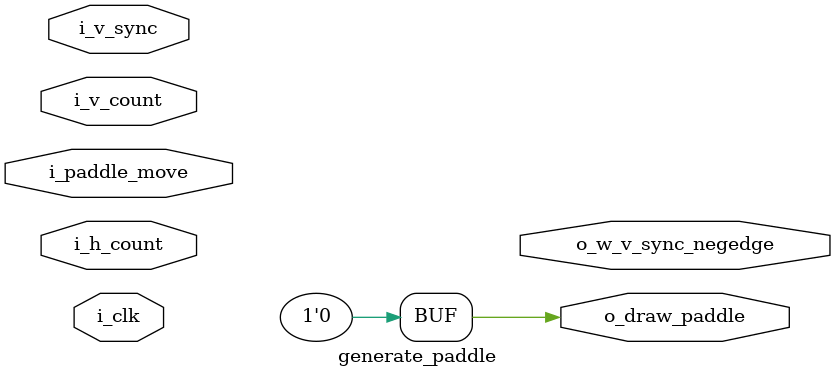
<source format=v>
module generate_paddle(
	input i_clk,
	input [1:0] i_paddle_move,
	input [9:0] i_h_count,
	input [9:0] i_v_count,
	input i_v_sync,
	output o_draw_paddle = 0,
	output o_w_v_sync_negedge
);



parameter PADDLE_WIDTH= 10;
parameter PADDLE_HEIGHT = 80;
parameter PADDLE_X = 5;
parameter PADDLE_Y = 240;
parameter PADDLE_LEFT_EDGE = PADDLE_X - PADDLE_WIDTH / 2;
parameter PADDLE_RIGHT_EDGE = PADDLE_X + PADDLE_WIDTH / 2;
parameter STARTING_TOP_EDGE = PADDLE_Y - PADDLE_HEIGHT / 2;
parameter STARTING_BOTTOM_EDGE = PADDLE_Y + PADDLE_HEIGHT / 2;
parameter NOT_MOVING = 2'b00;
parameter MOVING_UP = 2'b01;
parameter MOVING_DOWN = 2'b10;

reg [1:0] r_current_state = NOT_MOVING, r_next_state = NOT_MOVING;
reg [9:0] r_paddle_y = PADDLE_Y, r_intermediate_y = PADDLE_Y;
reg [18:0] r_movement_counter;
reg r_prev_sync, r_current_sync;
wire w_v_sync_negedge;
reg [9:0] r_paddle_top = PADDLE_Y - PADDLE_HEIGHT/2, r_paddle_bottom = PADDLE_Y + PADDLE_HEIGHT/2;

//find negative edge of v_sync


//state machine to handle movement of paddle
always @ (posedge i_clk)
begin
	r_current_state <= r_next_state;
	r_prev_sync <= r_current_sync;
	r_current_sync <= i_v_sync;	
end

assign w_v_sync_negedge = r_prev_sync && ~r_current_sync;

//next state logic
always @(posedge i_clk)
begin
	case (r_current_state)
		
		NOT_MOVING:
		begin
			if (i_paddle_move == MOVING_UP)
			begin
				r_next_state <= MOVING_UP;
				r_movement_counter <= r_movement_counter +1;
			end
			else if (i_paddle_move == MOVING_DOWN)
			begin
				r_next_state <= MOVING_DOWN;
				r_movement_counter <= r_movement_counter + 1;
			end
			else if (i_paddle_moving == NOT_MOVING)
			begin
				r_next_state <= NOT_MOVING;
				r_movement_counter <= 0;
			end
		end
		
		MOVING_UP:
		begin
			if (i_paddle_move == NOT_MOVING)
				r_next_state <= NOT_MOVING;
			else
			begin
				if (r_movement_counter < 400000)
				begin
					r_movement_counter <= r_movement_counter + 1;
				end
				else if (r_movement_counter == 400000)
				begin
					r_intermediate_y <= r_intermediate_y - 1;
					r_movement_counter <= 0;
				end
			end
		end
		
		MOVING_DOWN:
		begin
			if (i_paddle_move == NOT_MOVING)
				r_next_state <= NOT_MOVING;
			else
			begin
				if (r_movement_counter < 400000)
				begin
					r_movement_counter <= r_movement_counter + 1;
				end
				else if (r_movement_counter == 400000)
				begin
					r_intermediate_y <= r_intermediate_y + 1;
					r_movement_counter <= 0;
				end
			end
		end
		endcase
end

//movement logic to update position on each negative edge of the v_sync signal and output logic

always @(posedge i_clk)
begin
	r_paddle_top <= r_paddle_y - PADDLE_HEIGHT / 2;
	r_paddle_bottom <= r_paddle_y + PADDLE_HEIGHT / 2;
	if (w_v_sync_negedge)
	begin
		r_paddle_y <= r_intermediate_y;
	end
	if (i_h_count > PADDLE_LEFT_EDGE && i_h_count < PADDLE_RIGHT_EDGE && i_v_count > r_paddle_top && i_v_count < r_paddle_bottom)
	begin
		o_draw_paddle <= 1;
	end
	else
	begin
		o_draw_paddle <= 0;
	end
end



endmodule














</source>
